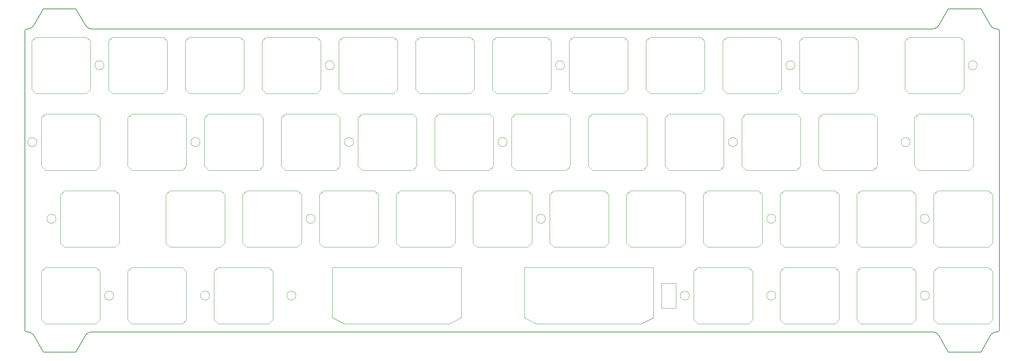
<source format=gbr>
%TF.GenerationSoftware,KiCad,Pcbnew,8.0.5*%
%TF.CreationDate,2024-10-29T17:30:03+01:00*%
%TF.ProjectId,plate campsite split,706c6174-6520-4636-916d-707369746520,rev?*%
%TF.SameCoordinates,Original*%
%TF.FileFunction,Profile,NP*%
%FSLAX46Y46*%
G04 Gerber Fmt 4.6, Leading zero omitted, Abs format (unit mm)*
G04 Created by KiCad (PCBNEW 8.0.5) date 2024-10-29 17:30:03*
%MOMM*%
%LPD*%
G01*
G04 APERTURE LIST*
%TA.AperFunction,Profile*%
%ADD10C,0.200000*%
%TD*%
%TA.AperFunction,Profile*%
%ADD11C,0.100000*%
%TD*%
%TA.AperFunction,Profile*%
%ADD12C,0.120000*%
%TD*%
G04 APERTURE END LIST*
D10*
X40265100Y-97106250D02*
X248659900Y-97106250D01*
X36223648Y-16956250D02*
X28151852Y-16956250D01*
X264881249Y-21956250D02*
G75*
G02*
X265381250Y-22456251I-49J-500050D01*
G01*
X248659900Y-21956250D02*
X40265100Y-21956250D01*
D11*
X247978782Y-69056250D02*
G75*
G02*
X245733718Y-69056250I-1122532J0D01*
G01*
X245733718Y-69056250D02*
G75*
G02*
X247978782Y-69056250I1122532J0D01*
G01*
D10*
X252701352Y-16956250D02*
X250391951Y-20956250D01*
X260773148Y-16956250D02*
X252701352Y-16956250D01*
D11*
X243216282Y-50006250D02*
G75*
G02*
X240971218Y-50006250I-1122532J0D01*
G01*
X240971218Y-50006250D02*
G75*
G02*
X243216282Y-50006250I1122532J0D01*
G01*
X105103782Y-50006250D02*
G75*
G02*
X102858718Y-50006250I-1122532J0D01*
G01*
X102858718Y-50006250D02*
G75*
G02*
X105103782Y-50006250I1122532J0D01*
G01*
X152728782Y-69056250D02*
G75*
G02*
X150483718Y-69056250I-1122532J0D01*
G01*
X150483718Y-69056250D02*
G75*
G02*
X152728782Y-69056250I1122532J0D01*
G01*
D10*
X265381250Y-96606249D02*
X265381250Y-22456251D01*
X248659900Y-97106250D02*
G75*
G02*
X250391972Y-98106237I0J-2000050D01*
G01*
X23543750Y-22456250D02*
X23543750Y-96606250D01*
D11*
X26522532Y-50006250D02*
G75*
G02*
X24277468Y-50006250I-1122532J0D01*
G01*
X24277468Y-50006250D02*
G75*
G02*
X26522532Y-50006250I1122532J0D01*
G01*
D10*
X38533049Y-98106249D02*
G75*
G02*
X40265100Y-97106274I1732051J-1000051D01*
G01*
D11*
X259885032Y-30956250D02*
G75*
G02*
X257639968Y-30956250I-1122532J0D01*
G01*
X257639968Y-30956250D02*
G75*
G02*
X259885032Y-30956250I1122532J0D01*
G01*
D10*
X25842451Y-98106250D02*
X28151852Y-102106250D01*
D11*
X209878782Y-69056250D02*
G75*
G02*
X207633718Y-69056250I-1122532J0D01*
G01*
X207633718Y-69056250D02*
G75*
G02*
X209878782Y-69056250I1122532J0D01*
G01*
X43191282Y-30956250D02*
G75*
G02*
X40946218Y-30956250I-1122532J0D01*
G01*
X40946218Y-30956250D02*
G75*
G02*
X43191282Y-30956250I1122532J0D01*
G01*
D10*
X250391951Y-20956250D02*
G75*
G02*
X248659900Y-21956275I-1732051J999950D01*
G01*
D11*
X247978782Y-88106250D02*
G75*
G02*
X245733718Y-88106250I-1122532J0D01*
G01*
X245733718Y-88106250D02*
G75*
G02*
X247978782Y-88106250I1122532J0D01*
G01*
D10*
X265381250Y-96606249D02*
G75*
G02*
X264881249Y-97106250I-500050J49D01*
G01*
X24110400Y-97106250D02*
G75*
G02*
X25842429Y-98106263I0J-1999950D01*
G01*
X260773148Y-102106250D02*
X263082549Y-98106249D01*
D11*
X214641282Y-30956250D02*
G75*
G02*
X212396218Y-30956250I-1122532J0D01*
G01*
X212396218Y-30956250D02*
G75*
G02*
X214641282Y-30956250I1122532J0D01*
G01*
X181557575Y-85028334D02*
X185154924Y-85028334D01*
X185154924Y-91182607D01*
X181557575Y-91182607D01*
X181557575Y-85028334D01*
X90816282Y-88106250D02*
G75*
G02*
X88571218Y-88106250I-1122532J0D01*
G01*
X88571218Y-88106250D02*
G75*
G02*
X90816282Y-88106250I1122532J0D01*
G01*
D10*
X36223648Y-102106250D02*
X38533049Y-98106249D01*
D11*
X188447532Y-88106250D02*
G75*
G02*
X186202468Y-88106250I-1122532J0D01*
G01*
X186202468Y-88106250D02*
G75*
G02*
X188447532Y-88106250I1122532J0D01*
G01*
X157491282Y-30956250D02*
G75*
G02*
X155246218Y-30956250I-1122532J0D01*
G01*
X155246218Y-30956250D02*
G75*
G02*
X157491282Y-30956250I1122532J0D01*
G01*
X67003782Y-50006250D02*
G75*
G02*
X64758718Y-50006250I-1122532J0D01*
G01*
X64758718Y-50006250D02*
G75*
G02*
X67003782Y-50006250I1122532J0D01*
G01*
D10*
X24043750Y-97106250D02*
G75*
G02*
X23543750Y-96606250I50J500050D01*
G01*
D11*
X95578782Y-69056250D02*
G75*
G02*
X93333718Y-69056250I-1122532J0D01*
G01*
X93333718Y-69056250D02*
G75*
G02*
X95578782Y-69056250I1122532J0D01*
G01*
X31285032Y-69056250D02*
G75*
G02*
X29039968Y-69056250I-1122532J0D01*
G01*
X29039968Y-69056250D02*
G75*
G02*
X31285032Y-69056250I1122532J0D01*
G01*
D10*
X263082549Y-98106249D02*
G75*
G02*
X264814600Y-97106274I1732051J-1000051D01*
G01*
D11*
X100341282Y-30956250D02*
G75*
G02*
X98096218Y-30956250I-1122532J0D01*
G01*
X98096218Y-30956250D02*
G75*
G02*
X100341282Y-30956250I1122532J0D01*
G01*
X143203782Y-50006250D02*
G75*
G02*
X140958718Y-50006250I-1122532J0D01*
G01*
X140958718Y-50006250D02*
G75*
G02*
X143203782Y-50006250I1122532J0D01*
G01*
D10*
X40265100Y-21956250D02*
G75*
G02*
X38533071Y-20956237I0J1999950D01*
G01*
X264881249Y-21956250D02*
X264814600Y-21956250D01*
D11*
X45572532Y-88106250D02*
G75*
G02*
X43327468Y-88106250I-1122532J0D01*
G01*
X43327468Y-88106250D02*
G75*
G02*
X45572532Y-88106250I1122532J0D01*
G01*
X69385032Y-88106250D02*
G75*
G02*
X67139968Y-88106250I-1122532J0D01*
G01*
X67139968Y-88106250D02*
G75*
G02*
X69385032Y-88106250I1122532J0D01*
G01*
D10*
X28151852Y-16956250D02*
X25842451Y-20956250D01*
D11*
X209878782Y-88106250D02*
G75*
G02*
X207633718Y-88106250I-1122532J0D01*
G01*
X207633718Y-88106250D02*
G75*
G02*
X209878782Y-88106250I1122532J0D01*
G01*
D10*
X28151852Y-102106250D02*
X36223648Y-102106250D01*
X250391951Y-98106249D02*
X252701352Y-102106250D01*
X263082549Y-20956250D02*
X260773148Y-16956250D01*
X252701352Y-102106250D02*
X260773148Y-102106250D01*
X264814600Y-97106250D02*
X264881249Y-97106250D01*
X23543750Y-22456250D02*
G75*
G02*
X24043750Y-21956250I500050J-50D01*
G01*
D11*
X200353782Y-50006250D02*
G75*
G02*
X198108718Y-50006250I-1122532J0D01*
G01*
X198108718Y-50006250D02*
G75*
G02*
X200353782Y-50006250I1122532J0D01*
G01*
D10*
X25843412Y-20956805D02*
G75*
G02*
X24043751Y-21956225I-1733012J1000605D01*
G01*
X38533049Y-20956250D02*
X36223648Y-16956250D01*
X24043750Y-97106250D02*
X24110400Y-97106250D01*
X264814600Y-21956250D02*
G75*
G02*
X263082571Y-20956237I0J1999950D01*
G01*
D12*
%TO.C,REF\u002A\u002A*%
X139543750Y-24956250D02*
X139543750Y-36956250D01*
X139543750Y-36956250D02*
X140543750Y-37956250D01*
X140543750Y-23956250D02*
X139543750Y-24956250D01*
X140543750Y-37956250D02*
X153143750Y-37956250D01*
X153143750Y-23956250D02*
X140543750Y-23956250D01*
X153143750Y-23956250D02*
X154143750Y-24956250D01*
X153143750Y-37956250D02*
X154143750Y-36956250D01*
X154143750Y-36956250D02*
X154143750Y-24956250D01*
X49056250Y-82106250D02*
X49056250Y-94106250D01*
X49056250Y-94106250D02*
X50056250Y-95106250D01*
X50056250Y-81106250D02*
X49056250Y-82106250D01*
X50056250Y-95106250D02*
X62656250Y-95106250D01*
X62656250Y-81106250D02*
X50056250Y-81106250D01*
X62656250Y-81106250D02*
X63656250Y-82106250D01*
X62656250Y-95106250D02*
X63656250Y-94106250D01*
X63656250Y-94106250D02*
X63656250Y-82106250D01*
X27625000Y-82106250D02*
X27625000Y-94106250D01*
X27625000Y-94106250D02*
X28625000Y-95106250D01*
X28625000Y-81106250D02*
X27625000Y-82106250D01*
X28625000Y-95106250D02*
X41225000Y-95106250D01*
X41225000Y-81106250D02*
X28625000Y-81106250D01*
X41225000Y-81106250D02*
X42225000Y-82106250D01*
X41225000Y-95106250D02*
X42225000Y-94106250D01*
X42225000Y-94106250D02*
X42225000Y-82106250D01*
X106206250Y-44006250D02*
X106206250Y-56006250D01*
X106206250Y-56006250D02*
X107206250Y-57006250D01*
X107206250Y-43006250D02*
X106206250Y-44006250D01*
X107206250Y-57006250D02*
X119806250Y-57006250D01*
X119806250Y-43006250D02*
X107206250Y-43006250D01*
X119806250Y-43006250D02*
X120806250Y-44006250D01*
X119806250Y-57006250D02*
X120806250Y-56006250D01*
X120806250Y-56006250D02*
X120806250Y-44006250D01*
X172881250Y-63056250D02*
X172881250Y-75056250D01*
X172881250Y-75056250D02*
X173881250Y-76056250D01*
X173881250Y-62056250D02*
X172881250Y-63056250D01*
X173881250Y-76056250D02*
X186481250Y-76056250D01*
X186481250Y-62056250D02*
X173881250Y-62056250D01*
X186481250Y-62056250D02*
X187481250Y-63056250D01*
X186481250Y-76056250D02*
X187481250Y-75056250D01*
X187481250Y-75056250D02*
X187481250Y-63056250D01*
X87156250Y-44006250D02*
X87156250Y-56006250D01*
X87156250Y-56006250D02*
X88156250Y-57006250D01*
X88156250Y-43006250D02*
X87156250Y-44006250D01*
X88156250Y-57006250D02*
X100756250Y-57006250D01*
X100756250Y-43006250D02*
X88156250Y-43006250D01*
X100756250Y-43006250D02*
X101756250Y-44006250D01*
X100756250Y-57006250D02*
X101756250Y-56006250D01*
X101756250Y-56006250D02*
X101756250Y-44006250D01*
X68106250Y-44006250D02*
X68106250Y-56006250D01*
X68106250Y-56006250D02*
X69106250Y-57006250D01*
X69106250Y-43006250D02*
X68106250Y-44006250D01*
X69106250Y-57006250D02*
X81706250Y-57006250D01*
X81706250Y-43006250D02*
X69106250Y-43006250D01*
X81706250Y-43006250D02*
X82706250Y-44006250D01*
X81706250Y-57006250D02*
X82706250Y-56006250D01*
X82706250Y-56006250D02*
X82706250Y-44006250D01*
X215743750Y-24956250D02*
X215743750Y-36956250D01*
X215743750Y-36956250D02*
X216743750Y-37956250D01*
X216743750Y-23956250D02*
X215743750Y-24956250D01*
X216743750Y-37956250D02*
X229343750Y-37956250D01*
X229343750Y-23956250D02*
X216743750Y-23956250D01*
X229343750Y-23956250D02*
X230343750Y-24956250D01*
X229343750Y-37956250D02*
X230343750Y-36956250D01*
X230343750Y-36956250D02*
X230343750Y-24956250D01*
X244318750Y-44006250D02*
X244318750Y-56006250D01*
X244318750Y-56006250D02*
X245318750Y-57006250D01*
X245318750Y-43006250D02*
X244318750Y-44006250D01*
X245318750Y-57006250D02*
X257918750Y-57006250D01*
X257918750Y-43006250D02*
X245318750Y-43006250D01*
X257918750Y-43006250D02*
X258918750Y-44006250D01*
X257918750Y-57006250D02*
X258918750Y-56006250D01*
X258918750Y-56006250D02*
X258918750Y-44006250D01*
X241937500Y-24956250D02*
X241937500Y-36956250D01*
X241937500Y-36956250D02*
X242937500Y-37956250D01*
X242937500Y-23956250D02*
X241937500Y-24956250D01*
X242937500Y-37956250D02*
X255537500Y-37956250D01*
X255537500Y-23956250D02*
X242937500Y-23956250D01*
X255537500Y-23956250D02*
X256537500Y-24956250D01*
X255537500Y-37956250D02*
X256537500Y-36956250D01*
X256537500Y-36956250D02*
X256537500Y-24956250D01*
X120493750Y-24956250D02*
X120493750Y-36956250D01*
X120493750Y-36956250D02*
X121493750Y-37956250D01*
X121493750Y-23956250D02*
X120493750Y-24956250D01*
X121493750Y-37956250D02*
X134093750Y-37956250D01*
X134093750Y-23956250D02*
X121493750Y-23956250D01*
X134093750Y-23956250D02*
X135093750Y-24956250D01*
X134093750Y-37956250D02*
X135093750Y-36956250D01*
X135093750Y-36956250D02*
X135093750Y-24956250D01*
X201456250Y-44006250D02*
X201456250Y-56006250D01*
X201456250Y-56006250D02*
X202456250Y-57006250D01*
X202456250Y-43006250D02*
X201456250Y-44006250D01*
X202456250Y-57006250D02*
X215056250Y-57006250D01*
X215056250Y-43006250D02*
X202456250Y-43006250D01*
X215056250Y-43006250D02*
X216056250Y-44006250D01*
X215056250Y-57006250D02*
X216056250Y-56006250D01*
X216056250Y-56006250D02*
X216056250Y-44006250D01*
X77631250Y-63056250D02*
X77631250Y-75056250D01*
X77631250Y-75056250D02*
X78631250Y-76056250D01*
X78631250Y-62056250D02*
X77631250Y-63056250D01*
X78631250Y-76056250D02*
X91231250Y-76056250D01*
X91231250Y-62056250D02*
X78631250Y-62056250D01*
X91231250Y-62056250D02*
X92231250Y-63056250D01*
X91231250Y-76056250D02*
X92231250Y-75056250D01*
X92231250Y-75056250D02*
X92231250Y-63056250D01*
X99887500Y-81106250D02*
X131887500Y-81106250D01*
X99887500Y-88106250D02*
X99887500Y-81106250D01*
X99887500Y-88106250D02*
X99887500Y-93606250D01*
X99887500Y-93606250D02*
X102887500Y-95106250D01*
X128887500Y-95106250D02*
X102887500Y-95106250D01*
X131887500Y-81106250D02*
X131887500Y-88106250D01*
X131887500Y-88106250D02*
X131887500Y-93606250D01*
X131887500Y-93606250D02*
X128887500Y-95106250D01*
X32387500Y-63056250D02*
X32387500Y-75056250D01*
X32387500Y-75056250D02*
X33387500Y-76056250D01*
X33387500Y-62056250D02*
X32387500Y-63056250D01*
X33387500Y-76056250D02*
X45987500Y-76056250D01*
X45987500Y-62056250D02*
X33387500Y-62056250D01*
X45987500Y-62056250D02*
X46987500Y-63056250D01*
X45987500Y-76056250D02*
X46987500Y-75056250D01*
X46987500Y-75056250D02*
X46987500Y-63056250D01*
X191931250Y-63056250D02*
X191931250Y-75056250D01*
X191931250Y-75056250D02*
X192931250Y-76056250D01*
X192931250Y-62056250D02*
X191931250Y-63056250D01*
X192931250Y-76056250D02*
X205531250Y-76056250D01*
X205531250Y-62056250D02*
X192931250Y-62056250D01*
X205531250Y-62056250D02*
X206531250Y-63056250D01*
X205531250Y-76056250D02*
X206531250Y-75056250D01*
X206531250Y-75056250D02*
X206531250Y-63056250D01*
X189550000Y-82106250D02*
X189550000Y-94106250D01*
X189550000Y-94106250D02*
X190550000Y-95106250D01*
X190550000Y-81106250D02*
X189550000Y-82106250D01*
X190550000Y-95106250D02*
X203150000Y-95106250D01*
X203150000Y-81106250D02*
X190550000Y-81106250D01*
X203150000Y-81106250D02*
X204150000Y-82106250D01*
X203150000Y-95106250D02*
X204150000Y-94106250D01*
X204150000Y-94106250D02*
X204150000Y-82106250D01*
X182406250Y-44006250D02*
X182406250Y-56006250D01*
X182406250Y-56006250D02*
X183406250Y-57006250D01*
X183406250Y-43006250D02*
X182406250Y-44006250D01*
X183406250Y-57006250D02*
X196006250Y-57006250D01*
X196006250Y-43006250D02*
X183406250Y-43006250D01*
X196006250Y-43006250D02*
X197006250Y-44006250D01*
X196006250Y-57006250D02*
X197006250Y-56006250D01*
X197006250Y-56006250D02*
X197006250Y-44006250D01*
X27625000Y-44006250D02*
X27625000Y-56006250D01*
X27625000Y-56006250D02*
X28625000Y-57006250D01*
X28625000Y-43006250D02*
X27625000Y-44006250D01*
X28625000Y-57006250D02*
X41225000Y-57006250D01*
X41225000Y-43006250D02*
X28625000Y-43006250D01*
X41225000Y-43006250D02*
X42225000Y-44006250D01*
X41225000Y-57006250D02*
X42225000Y-56006250D01*
X42225000Y-56006250D02*
X42225000Y-44006250D01*
X49056250Y-44006250D02*
X49056250Y-56006250D01*
X49056250Y-56006250D02*
X50056250Y-57006250D01*
X50056250Y-43006250D02*
X49056250Y-44006250D01*
X50056250Y-57006250D02*
X62656250Y-57006250D01*
X62656250Y-43006250D02*
X50056250Y-43006250D01*
X62656250Y-43006250D02*
X63656250Y-44006250D01*
X62656250Y-57006250D02*
X63656250Y-56006250D01*
X63656250Y-56006250D02*
X63656250Y-44006250D01*
X249081250Y-82106250D02*
X249081250Y-94106250D01*
X249081250Y-94106250D02*
X250081250Y-95106250D01*
X250081250Y-81106250D02*
X249081250Y-82106250D01*
X250081250Y-95106250D02*
X262681250Y-95106250D01*
X262681250Y-81106250D02*
X250081250Y-81106250D01*
X262681250Y-81106250D02*
X263681250Y-82106250D01*
X262681250Y-95106250D02*
X263681250Y-94106250D01*
X263681250Y-94106250D02*
X263681250Y-82106250D01*
X115731250Y-63056250D02*
X115731250Y-75056250D01*
X115731250Y-75056250D02*
X116731250Y-76056250D01*
X116731250Y-62056250D02*
X115731250Y-63056250D01*
X116731250Y-76056250D02*
X129331250Y-76056250D01*
X129331250Y-62056250D02*
X116731250Y-62056250D01*
X129331250Y-62056250D02*
X130331250Y-63056250D01*
X129331250Y-76056250D02*
X130331250Y-75056250D01*
X130331250Y-75056250D02*
X130331250Y-63056250D01*
X25243750Y-24956250D02*
X25243750Y-36956250D01*
X25243750Y-36956250D02*
X26243750Y-37956250D01*
X26243750Y-23956250D02*
X25243750Y-24956250D01*
X26243750Y-37956250D02*
X38843750Y-37956250D01*
X38843750Y-23956250D02*
X26243750Y-23956250D01*
X38843750Y-23956250D02*
X39843750Y-24956250D01*
X38843750Y-37956250D02*
X39843750Y-36956250D01*
X39843750Y-36956250D02*
X39843750Y-24956250D01*
X153831250Y-63056250D02*
X153831250Y-75056250D01*
X153831250Y-75056250D02*
X154831250Y-76056250D01*
X154831250Y-62056250D02*
X153831250Y-63056250D01*
X154831250Y-76056250D02*
X167431250Y-76056250D01*
X167431250Y-62056250D02*
X154831250Y-62056250D01*
X167431250Y-62056250D02*
X168431250Y-63056250D01*
X167431250Y-76056250D02*
X168431250Y-75056250D01*
X168431250Y-75056250D02*
X168431250Y-63056250D01*
X125256250Y-44006250D02*
X125256250Y-56006250D01*
X125256250Y-56006250D02*
X126256250Y-57006250D01*
X126256250Y-43006250D02*
X125256250Y-44006250D01*
X126256250Y-57006250D02*
X138856250Y-57006250D01*
X138856250Y-43006250D02*
X126256250Y-43006250D01*
X138856250Y-43006250D02*
X139856250Y-44006250D01*
X138856250Y-57006250D02*
X139856250Y-56006250D01*
X139856250Y-56006250D02*
X139856250Y-44006250D01*
X58581250Y-63056250D02*
X58581250Y-75056250D01*
X58581250Y-75056250D02*
X59581250Y-76056250D01*
X59581250Y-62056250D02*
X58581250Y-63056250D01*
X59581250Y-76056250D02*
X72181250Y-76056250D01*
X72181250Y-62056250D02*
X59581250Y-62056250D01*
X72181250Y-62056250D02*
X73181250Y-63056250D01*
X72181250Y-76056250D02*
X73181250Y-75056250D01*
X73181250Y-75056250D02*
X73181250Y-63056250D01*
X101443750Y-24956250D02*
X101443750Y-36956250D01*
X101443750Y-36956250D02*
X102443750Y-37956250D01*
X102443750Y-23956250D02*
X101443750Y-24956250D01*
X102443750Y-37956250D02*
X115043750Y-37956250D01*
X115043750Y-23956250D02*
X102443750Y-23956250D01*
X115043750Y-23956250D02*
X116043750Y-24956250D01*
X115043750Y-37956250D02*
X116043750Y-36956250D01*
X116043750Y-36956250D02*
X116043750Y-24956250D01*
X44293750Y-24956250D02*
X44293750Y-36956250D01*
X44293750Y-36956250D02*
X45293750Y-37956250D01*
X45293750Y-23956250D02*
X44293750Y-24956250D01*
X45293750Y-37956250D02*
X57893750Y-37956250D01*
X57893750Y-23956250D02*
X45293750Y-23956250D01*
X57893750Y-23956250D02*
X58893750Y-24956250D01*
X57893750Y-37956250D02*
X58893750Y-36956250D01*
X58893750Y-36956250D02*
X58893750Y-24956250D01*
X230031250Y-63056250D02*
X230031250Y-75056250D01*
X230031250Y-75056250D02*
X231031250Y-76056250D01*
X231031250Y-62056250D02*
X230031250Y-63056250D01*
X231031250Y-76056250D02*
X243631250Y-76056250D01*
X243631250Y-62056250D02*
X231031250Y-62056250D01*
X243631250Y-62056250D02*
X244631250Y-63056250D01*
X243631250Y-76056250D02*
X244631250Y-75056250D01*
X244631250Y-75056250D02*
X244631250Y-63056250D01*
X249081250Y-63056250D02*
X249081250Y-75056250D01*
X249081250Y-75056250D02*
X250081250Y-76056250D01*
X250081250Y-62056250D02*
X249081250Y-63056250D01*
X250081250Y-76056250D02*
X262681250Y-76056250D01*
X262681250Y-62056250D02*
X250081250Y-62056250D01*
X262681250Y-62056250D02*
X263681250Y-63056250D01*
X262681250Y-76056250D02*
X263681250Y-75056250D01*
X263681250Y-75056250D02*
X263681250Y-63056250D01*
X210981250Y-82106250D02*
X210981250Y-94106250D01*
X210981250Y-94106250D02*
X211981250Y-95106250D01*
X211981250Y-81106250D02*
X210981250Y-82106250D01*
X211981250Y-95106250D02*
X224581250Y-95106250D01*
X224581250Y-81106250D02*
X211981250Y-81106250D01*
X224581250Y-81106250D02*
X225581250Y-82106250D01*
X224581250Y-95106250D02*
X225581250Y-94106250D01*
X225581250Y-94106250D02*
X225581250Y-82106250D01*
X96681250Y-63056250D02*
X96681250Y-75056250D01*
X96681250Y-75056250D02*
X97681250Y-76056250D01*
X97681250Y-62056250D02*
X96681250Y-63056250D01*
X97681250Y-76056250D02*
X110281250Y-76056250D01*
X110281250Y-62056250D02*
X97681250Y-62056250D01*
X110281250Y-62056250D02*
X111281250Y-63056250D01*
X110281250Y-76056250D02*
X111281250Y-75056250D01*
X111281250Y-75056250D02*
X111281250Y-63056250D01*
X163356250Y-44006250D02*
X163356250Y-56006250D01*
X163356250Y-56006250D02*
X164356250Y-57006250D01*
X164356250Y-43006250D02*
X163356250Y-44006250D01*
X164356250Y-57006250D02*
X176956250Y-57006250D01*
X176956250Y-43006250D02*
X164356250Y-43006250D01*
X176956250Y-43006250D02*
X177956250Y-44006250D01*
X176956250Y-57006250D02*
X177956250Y-56006250D01*
X177956250Y-56006250D02*
X177956250Y-44006250D01*
X82393750Y-24956250D02*
X82393750Y-36956250D01*
X82393750Y-36956250D02*
X83393750Y-37956250D01*
X83393750Y-23956250D02*
X82393750Y-24956250D01*
X83393750Y-37956250D02*
X95993750Y-37956250D01*
X95993750Y-23956250D02*
X83393750Y-23956250D01*
X95993750Y-23956250D02*
X96993750Y-24956250D01*
X95993750Y-37956250D02*
X96993750Y-36956250D01*
X96993750Y-36956250D02*
X96993750Y-24956250D01*
X147512500Y-81106250D02*
X179512500Y-81106250D01*
X147512500Y-88106250D02*
X147512500Y-81106250D01*
X147512500Y-88106250D02*
X147512500Y-93606250D01*
X147512500Y-93606250D02*
X150512500Y-95106250D01*
X176512500Y-95106250D02*
X150512500Y-95106250D01*
X179512500Y-81106250D02*
X179512500Y-88106250D01*
X179512500Y-88106250D02*
X179512500Y-93606250D01*
X179512500Y-93606250D02*
X176512500Y-95106250D01*
X70487500Y-82106250D02*
X70487500Y-94106250D01*
X70487500Y-94106250D02*
X71487500Y-95106250D01*
X71487500Y-81106250D02*
X70487500Y-82106250D01*
X71487500Y-95106250D02*
X84087500Y-95106250D01*
X84087500Y-81106250D02*
X71487500Y-81106250D01*
X84087500Y-81106250D02*
X85087500Y-82106250D01*
X84087500Y-95106250D02*
X85087500Y-94106250D01*
X85087500Y-94106250D02*
X85087500Y-82106250D01*
X210981250Y-63056250D02*
X210981250Y-75056250D01*
X210981250Y-75056250D02*
X211981250Y-76056250D01*
X211981250Y-62056250D02*
X210981250Y-63056250D01*
X211981250Y-76056250D02*
X224581250Y-76056250D01*
X224581250Y-62056250D02*
X211981250Y-62056250D01*
X224581250Y-62056250D02*
X225581250Y-63056250D01*
X224581250Y-76056250D02*
X225581250Y-75056250D01*
X225581250Y-75056250D02*
X225581250Y-63056250D01*
X196693750Y-24956250D02*
X196693750Y-36956250D01*
X196693750Y-36956250D02*
X197693750Y-37956250D01*
X197693750Y-23956250D02*
X196693750Y-24956250D01*
X197693750Y-37956250D02*
X210293750Y-37956250D01*
X210293750Y-23956250D02*
X197693750Y-23956250D01*
X210293750Y-23956250D02*
X211293750Y-24956250D01*
X210293750Y-37956250D02*
X211293750Y-36956250D01*
X211293750Y-36956250D02*
X211293750Y-24956250D01*
X134781250Y-63056250D02*
X134781250Y-75056250D01*
X134781250Y-75056250D02*
X135781250Y-76056250D01*
X135781250Y-62056250D02*
X134781250Y-63056250D01*
X135781250Y-76056250D02*
X148381250Y-76056250D01*
X148381250Y-62056250D02*
X135781250Y-62056250D01*
X148381250Y-62056250D02*
X149381250Y-63056250D01*
X148381250Y-76056250D02*
X149381250Y-75056250D01*
X149381250Y-75056250D02*
X149381250Y-63056250D01*
X177643750Y-24956250D02*
X177643750Y-36956250D01*
X177643750Y-36956250D02*
X178643750Y-37956250D01*
X178643750Y-23956250D02*
X177643750Y-24956250D01*
X178643750Y-37956250D02*
X191243750Y-37956250D01*
X191243750Y-23956250D02*
X178643750Y-23956250D01*
X191243750Y-23956250D02*
X192243750Y-24956250D01*
X191243750Y-37956250D02*
X192243750Y-36956250D01*
X192243750Y-36956250D02*
X192243750Y-24956250D01*
X220506250Y-44006250D02*
X220506250Y-56006250D01*
X220506250Y-56006250D02*
X221506250Y-57006250D01*
X221506250Y-43006250D02*
X220506250Y-44006250D01*
X221506250Y-57006250D02*
X234106250Y-57006250D01*
X234106250Y-43006250D02*
X221506250Y-43006250D01*
X234106250Y-43006250D02*
X235106250Y-44006250D01*
X234106250Y-57006250D02*
X235106250Y-56006250D01*
X235106250Y-56006250D02*
X235106250Y-44006250D01*
X63343750Y-24956250D02*
X63343750Y-36956250D01*
X63343750Y-36956250D02*
X64343750Y-37956250D01*
X64343750Y-23956250D02*
X63343750Y-24956250D01*
X64343750Y-37956250D02*
X76943750Y-37956250D01*
X76943750Y-23956250D02*
X64343750Y-23956250D01*
X76943750Y-23956250D02*
X77943750Y-24956250D01*
X76943750Y-37956250D02*
X77943750Y-36956250D01*
X77943750Y-36956250D02*
X77943750Y-24956250D01*
X144306250Y-44006250D02*
X144306250Y-56006250D01*
X144306250Y-56006250D02*
X145306250Y-57006250D01*
X145306250Y-43006250D02*
X144306250Y-44006250D01*
X145306250Y-57006250D02*
X157906250Y-57006250D01*
X157906250Y-43006250D02*
X145306250Y-43006250D01*
X157906250Y-43006250D02*
X158906250Y-44006250D01*
X157906250Y-57006250D02*
X158906250Y-56006250D01*
X158906250Y-56006250D02*
X158906250Y-44006250D01*
X158593750Y-24956250D02*
X158593750Y-36956250D01*
X158593750Y-36956250D02*
X159593750Y-37956250D01*
X159593750Y-23956250D02*
X158593750Y-24956250D01*
X159593750Y-37956250D02*
X172193750Y-37956250D01*
X172193750Y-23956250D02*
X159593750Y-23956250D01*
X172193750Y-23956250D02*
X173193750Y-24956250D01*
X172193750Y-37956250D02*
X173193750Y-36956250D01*
X173193750Y-36956250D02*
X173193750Y-24956250D01*
X230031250Y-82106250D02*
X230031250Y-94106250D01*
X230031250Y-94106250D02*
X231031250Y-95106250D01*
X231031250Y-81106250D02*
X230031250Y-82106250D01*
X231031250Y-95106250D02*
X243631250Y-95106250D01*
X243631250Y-81106250D02*
X231031250Y-81106250D01*
X243631250Y-81106250D02*
X244631250Y-82106250D01*
X243631250Y-95106250D02*
X244631250Y-94106250D01*
X244631250Y-94106250D02*
X244631250Y-82106250D01*
%TD*%
M02*

</source>
